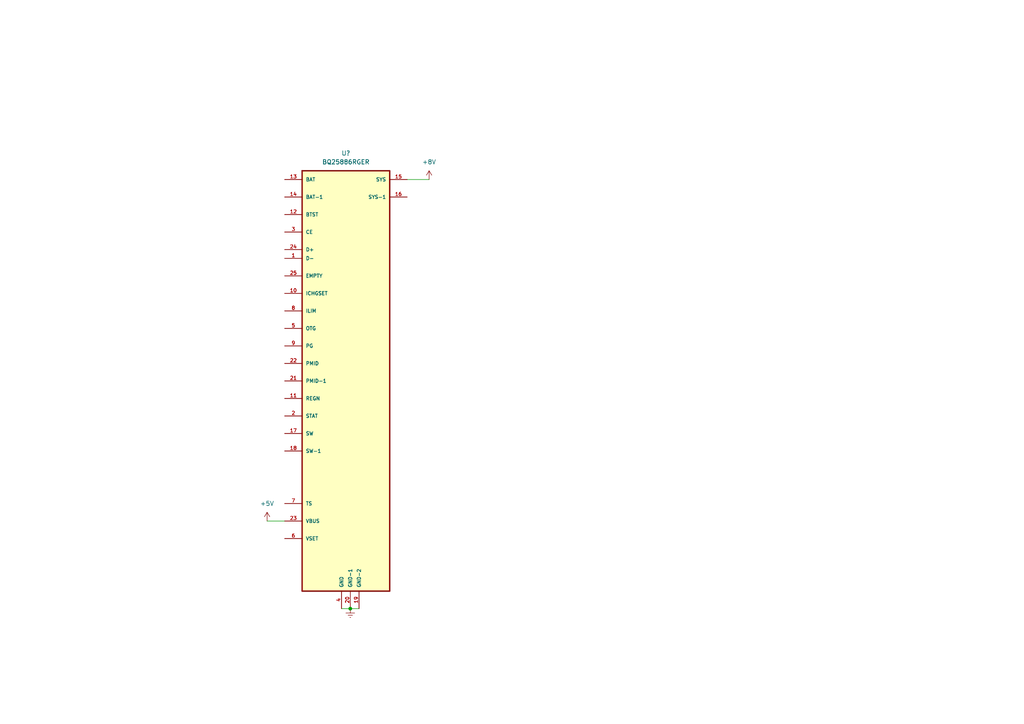
<source format=kicad_sch>
(kicad_sch (version 20211123) (generator eeschema)

  (uuid 60ec07b6-e2fd-4de6-88ad-d500acf95ba5)

  (paper "A4")

  (lib_symbols
    (symbol "BQ25886RGER:BQ25886RGER" (pin_names (offset 1.016)) (in_bom yes) (on_board yes)
      (property "Reference" "U?" (id 0) (at 0 66.04 0)
        (effects (font (size 1.27 1.27)))
      )
      (property "Value" "BQ25886RGER" (id 1) (at 0 63.5 0)
        (effects (font (size 1.27 1.27)))
      )
      (property "Footprint" "QFN50P400X400X100-25N" (id 2) (at 0 0 0)
        (effects (font (size 1.27 1.27)) (justify bottom) hide)
      )
      (property "Datasheet" "" (id 3) (at 0 0 0)
        (effects (font (size 1.27 1.27)) hide)
      )
      (symbol "BQ25886RGER_0_0"
        (rectangle (start -12.7 -60.96) (end 12.7 60.96)
          (stroke (width 0.41) (type default) (color 0 0 0 0))
          (fill (type background))
        )
        (pin bidirectional line (at -17.78 35.56 0) (length 5.08)
          (name "D-" (effects (font (size 1.016 1.016))))
          (number "1" (effects (font (size 1.016 1.016))))
        )
        (pin bidirectional line (at -17.78 25.4 0) (length 5.08)
          (name "ICHGSET" (effects (font (size 1.016 1.016))))
          (number "10" (effects (font (size 1.016 1.016))))
        )
        (pin bidirectional line (at -17.78 -5.08 0) (length 5.08)
          (name "REGN" (effects (font (size 1.016 1.016))))
          (number "11" (effects (font (size 1.016 1.016))))
        )
        (pin bidirectional line (at -17.78 48.26 0) (length 5.08)
          (name "BTST" (effects (font (size 1.016 1.016))))
          (number "12" (effects (font (size 1.016 1.016))))
        )
        (pin bidirectional line (at -17.78 58.42 0) (length 5.08)
          (name "BAT" (effects (font (size 1.016 1.016))))
          (number "13" (effects (font (size 1.016 1.016))))
        )
        (pin bidirectional line (at -17.78 53.34 0) (length 5.08)
          (name "BAT-1" (effects (font (size 1.016 1.016))))
          (number "14" (effects (font (size 1.016 1.016))))
        )
        (pin bidirectional line (at 17.78 58.42 180) (length 5.08)
          (name "SYS" (effects (font (size 1.016 1.016))))
          (number "15" (effects (font (size 1.016 1.016))))
        )
        (pin bidirectional line (at 17.78 53.34 180) (length 5.08)
          (name "SYS-1" (effects (font (size 1.016 1.016))))
          (number "16" (effects (font (size 1.016 1.016))))
        )
        (pin bidirectional line (at -17.78 -15.24 0) (length 5.08)
          (name "SW" (effects (font (size 1.016 1.016))))
          (number "17" (effects (font (size 1.016 1.016))))
        )
        (pin bidirectional line (at -17.78 -20.32 0) (length 5.08)
          (name "SW-1" (effects (font (size 1.016 1.016))))
          (number "18" (effects (font (size 1.016 1.016))))
        )
        (pin power_in line (at 3.81 -66.04 90) (length 5.08)
          (name "GND-2" (effects (font (size 1.016 1.016))))
          (number "19" (effects (font (size 1.016 1.016))))
        )
        (pin bidirectional line (at -17.78 -10.16 0) (length 5.08)
          (name "STAT" (effects (font (size 1.016 1.016))))
          (number "2" (effects (font (size 1.016 1.016))))
        )
        (pin power_in line (at 1.27 -66.04 90) (length 5.08)
          (name "GND-1" (effects (font (size 1.016 1.016))))
          (number "20" (effects (font (size 1.016 1.016))))
        )
        (pin bidirectional line (at -17.78 0 0) (length 5.08)
          (name "PMID-1" (effects (font (size 1.016 1.016))))
          (number "21" (effects (font (size 1.016 1.016))))
        )
        (pin bidirectional line (at -17.78 5.08 0) (length 5.08)
          (name "PMID" (effects (font (size 1.016 1.016))))
          (number "22" (effects (font (size 1.016 1.016))))
        )
        (pin bidirectional line (at -17.78 -40.64 0) (length 5.08)
          (name "VBUS" (effects (font (size 1.016 1.016))))
          (number "23" (effects (font (size 1.016 1.016))))
        )
        (pin bidirectional line (at -17.78 38.1 0) (length 5.08)
          (name "D+" (effects (font (size 1.016 1.016))))
          (number "24" (effects (font (size 1.016 1.016))))
        )
        (pin bidirectional line (at -17.78 30.48 0) (length 5.08)
          (name "EMPTY" (effects (font (size 1.016 1.016))))
          (number "25" (effects (font (size 1.016 1.016))))
        )
        (pin bidirectional line (at -17.78 43.18 0) (length 5.08)
          (name "CE" (effects (font (size 1.016 1.016))))
          (number "3" (effects (font (size 1.016 1.016))))
        )
        (pin power_in line (at -1.27 -66.04 90) (length 5.08)
          (name "GND" (effects (font (size 1.016 1.016))))
          (number "4" (effects (font (size 1.016 1.016))))
        )
        (pin bidirectional line (at -17.78 15.24 0) (length 5.08)
          (name "OTG" (effects (font (size 1.016 1.016))))
          (number "5" (effects (font (size 1.016 1.016))))
        )
        (pin bidirectional line (at -17.78 -45.72 0) (length 5.08)
          (name "VSET" (effects (font (size 1.016 1.016))))
          (number "6" (effects (font (size 1.016 1.016))))
        )
        (pin bidirectional line (at -17.78 -35.56 0) (length 5.08)
          (name "TS" (effects (font (size 1.016 1.016))))
          (number "7" (effects (font (size 1.016 1.016))))
        )
        (pin bidirectional line (at -17.78 20.32 0) (length 5.08)
          (name "ILIM" (effects (font (size 1.016 1.016))))
          (number "8" (effects (font (size 1.016 1.016))))
        )
        (pin bidirectional line (at -17.78 10.16 0) (length 5.08)
          (name "PG" (effects (font (size 1.016 1.016))))
          (number "9" (effects (font (size 1.016 1.016))))
        )
      )
    )
    (symbol "power:+5V" (power) (pin_names (offset 0)) (in_bom yes) (on_board yes)
      (property "Reference" "#PWR" (id 0) (at 0 -3.81 0)
        (effects (font (size 1.27 1.27)) hide)
      )
      (property "Value" "+5V" (id 1) (at 0 3.556 0)
        (effects (font (size 1.27 1.27)))
      )
      (property "Footprint" "" (id 2) (at 0 0 0)
        (effects (font (size 1.27 1.27)) hide)
      )
      (property "Datasheet" "" (id 3) (at 0 0 0)
        (effects (font (size 1.27 1.27)) hide)
      )
      (property "ki_keywords" "power-flag" (id 4) (at 0 0 0)
        (effects (font (size 1.27 1.27)) hide)
      )
      (property "ki_description" "Power symbol creates a global label with name \"+5V\"" (id 5) (at 0 0 0)
        (effects (font (size 1.27 1.27)) hide)
      )
      (symbol "+5V_0_1"
        (polyline
          (pts
            (xy -0.762 1.27)
            (xy 0 2.54)
          )
          (stroke (width 0) (type default) (color 0 0 0 0))
          (fill (type none))
        )
        (polyline
          (pts
            (xy 0 0)
            (xy 0 2.54)
          )
          (stroke (width 0) (type default) (color 0 0 0 0))
          (fill (type none))
        )
        (polyline
          (pts
            (xy 0 2.54)
            (xy 0.762 1.27)
          )
          (stroke (width 0) (type default) (color 0 0 0 0))
          (fill (type none))
        )
      )
      (symbol "+5V_1_1"
        (pin power_in line (at 0 0 90) (length 0) hide
          (name "+5V" (effects (font (size 1.27 1.27))))
          (number "1" (effects (font (size 1.27 1.27))))
        )
      )
    )
    (symbol "power:+8V" (power) (pin_names (offset 0)) (in_bom yes) (on_board yes)
      (property "Reference" "#PWR" (id 0) (at 0 -3.81 0)
        (effects (font (size 1.27 1.27)) hide)
      )
      (property "Value" "+8V" (id 1) (at 0 3.556 0)
        (effects (font (size 1.27 1.27)))
      )
      (property "Footprint" "" (id 2) (at 0 0 0)
        (effects (font (size 1.27 1.27)) hide)
      )
      (property "Datasheet" "" (id 3) (at 0 0 0)
        (effects (font (size 1.27 1.27)) hide)
      )
      (property "ki_keywords" "power-flag" (id 4) (at 0 0 0)
        (effects (font (size 1.27 1.27)) hide)
      )
      (property "ki_description" "Power symbol creates a global label with name \"+8V\"" (id 5) (at 0 0 0)
        (effects (font (size 1.27 1.27)) hide)
      )
      (symbol "+8V_0_1"
        (polyline
          (pts
            (xy -0.762 1.27)
            (xy 0 2.54)
          )
          (stroke (width 0) (type default) (color 0 0 0 0))
          (fill (type none))
        )
        (polyline
          (pts
            (xy 0 0)
            (xy 0 2.54)
          )
          (stroke (width 0) (type default) (color 0 0 0 0))
          (fill (type none))
        )
        (polyline
          (pts
            (xy 0 2.54)
            (xy 0.762 1.27)
          )
          (stroke (width 0) (type default) (color 0 0 0 0))
          (fill (type none))
        )
      )
      (symbol "+8V_1_1"
        (pin power_in line (at 0 0 90) (length 0) hide
          (name "+8V" (effects (font (size 1.27 1.27))))
          (number "1" (effects (font (size 1.27 1.27))))
        )
      )
    )
    (symbol "power:Earth" (power) (pin_names (offset 0)) (in_bom yes) (on_board yes)
      (property "Reference" "#PWR" (id 0) (at 0 -6.35 0)
        (effects (font (size 1.27 1.27)) hide)
      )
      (property "Value" "Earth" (id 1) (at 0 -3.81 0)
        (effects (font (size 1.27 1.27)) hide)
      )
      (property "Footprint" "" (id 2) (at 0 0 0)
        (effects (font (size 1.27 1.27)) hide)
      )
      (property "Datasheet" "~" (id 3) (at 0 0 0)
        (effects (font (size 1.27 1.27)) hide)
      )
      (property "ki_keywords" "power-flag ground gnd" (id 4) (at 0 0 0)
        (effects (font (size 1.27 1.27)) hide)
      )
      (property "ki_description" "Power symbol creates a global label with name \"Earth\"" (id 5) (at 0 0 0)
        (effects (font (size 1.27 1.27)) hide)
      )
      (symbol "Earth_0_1"
        (polyline
          (pts
            (xy -0.635 -1.905)
            (xy 0.635 -1.905)
          )
          (stroke (width 0) (type default) (color 0 0 0 0))
          (fill (type none))
        )
        (polyline
          (pts
            (xy -0.127 -2.54)
            (xy 0.127 -2.54)
          )
          (stroke (width 0) (type default) (color 0 0 0 0))
          (fill (type none))
        )
        (polyline
          (pts
            (xy 0 -1.27)
            (xy 0 0)
          )
          (stroke (width 0) (type default) (color 0 0 0 0))
          (fill (type none))
        )
        (polyline
          (pts
            (xy 1.27 -1.27)
            (xy -1.27 -1.27)
          )
          (stroke (width 0) (type default) (color 0 0 0 0))
          (fill (type none))
        )
      )
      (symbol "Earth_1_1"
        (pin power_in line (at 0 0 270) (length 0) hide
          (name "Earth" (effects (font (size 1.27 1.27))))
          (number "1" (effects (font (size 1.27 1.27))))
        )
      )
    )
  )

  (junction (at 101.6 176.53) (diameter 0) (color 0 0 0 0)
    (uuid 406df6fc-13b7-43fe-b71c-dd4efb5c6805)
  )

  (wire (pts (xy 77.47 151.13) (xy 82.55 151.13))
    (stroke (width 0) (type default) (color 0 0 0 0))
    (uuid b1d1a1e5-6543-4345-87b9-f5ec75450afc)
  )
  (wire (pts (xy 99.06 176.53) (xy 101.6 176.53))
    (stroke (width 0) (type default) (color 0 0 0 0))
    (uuid b65ff5f4-5821-44c4-bcbf-dfec9d12162d)
  )
  (wire (pts (xy 118.11 52.07) (xy 124.46 52.07))
    (stroke (width 0) (type default) (color 0 0 0 0))
    (uuid c4633cf7-ae1b-442f-883b-8188e7b29ce8)
  )
  (wire (pts (xy 101.6 176.53) (xy 104.14 176.53))
    (stroke (width 0) (type default) (color 0 0 0 0))
    (uuid f141db9d-3154-4ba2-a303-9643dca83982)
  )

  (symbol (lib_id "BQ25886RGER:BQ25886RGER") (at 100.33 110.49 0) (unit 1)
    (in_bom yes) (on_board yes) (fields_autoplaced)
    (uuid 1c8c6ba9-7f8b-4c43-a815-bc5ff29a93c8)
    (property "Reference" "U?" (id 0) (at 100.33 44.45 0))
    (property "Value" "BQ25886RGER" (id 1) (at 100.33 46.99 0))
    (property "Footprint" "QFN50P400X400X100-25N" (id 2) (at 100.33 110.49 0)
      (effects (font (size 1.27 1.27)) (justify bottom) hide)
    )
    (property "Datasheet" "" (id 3) (at 100.33 110.49 0)
      (effects (font (size 1.27 1.27)) hide)
    )
    (pin "1" (uuid 1cc6625f-e49b-485c-9490-18a6e94e765e))
    (pin "10" (uuid b946ebe4-1ed5-42e4-8702-4e8086de5b0e))
    (pin "11" (uuid ec9eb0b0-52b8-406f-b73a-5ee4ca5ff925))
    (pin "12" (uuid f8aae5cc-27c0-4742-88f0-3ae4c8d76157))
    (pin "13" (uuid 6630a62f-bb50-47e2-888d-7b1f4e9e7d3d))
    (pin "14" (uuid 60bb450c-67b8-4185-af6d-4e1615f840bb))
    (pin "15" (uuid ac21b04a-1610-4a36-a39e-a805437fbf1f))
    (pin "16" (uuid dbd5c105-24a1-45a3-93d4-7f3aaa6d400e))
    (pin "17" (uuid d21d162b-dae3-4d2d-9923-fddb5b738b58))
    (pin "18" (uuid 023106ae-0834-445b-8d71-66bc7e71f653))
    (pin "19" (uuid d6bb6292-5a49-494c-b4d0-9f11dc11e628))
    (pin "2" (uuid 6c90d643-e3c3-4718-98bf-539661406ff8))
    (pin "20" (uuid 268a3618-b8ab-411b-9c3f-591c0fb063ed))
    (pin "21" (uuid cdf1e133-dec3-4dd5-b830-56fa49c438e3))
    (pin "22" (uuid 7ebb131b-7bae-491c-aa0d-30cf5c52a61a))
    (pin "23" (uuid d10e639a-fed0-4377-a947-319a7a950f1e))
    (pin "24" (uuid 2c8ecb6e-2ee4-45ab-9705-b06b612718c9))
    (pin "25" (uuid 5bfa2433-0aee-41e7-8add-12b40fdc38fa))
    (pin "3" (uuid 7e51dc12-206e-4f80-baca-60552f7c2e9a))
    (pin "4" (uuid 62c399df-b308-4f82-90ef-652dad5d2c03))
    (pin "5" (uuid 72ffa817-395b-41fe-90ea-21aaf50dee96))
    (pin "6" (uuid c1c5f221-56d8-49c5-9bdf-2618bee9caf1))
    (pin "7" (uuid 6b0130ad-95ed-4239-84ee-c5f9f335f0ff))
    (pin "8" (uuid 9d1eef09-5346-4527-b367-e13b6ab05871))
    (pin "9" (uuid 454f033b-a4bd-45fa-98f3-3e8cb187bac1))
  )

  (symbol (lib_id "power:+8V") (at 124.46 52.07 0) (unit 1)
    (in_bom yes) (on_board yes) (fields_autoplaced)
    (uuid 4c493f30-f9bd-4c36-a4f4-fcf7c79f63b9)
    (property "Reference" "#PWR?" (id 0) (at 124.46 55.88 0)
      (effects (font (size 1.27 1.27)) hide)
    )
    (property "Value" "+8V" (id 1) (at 124.46 46.99 0))
    (property "Footprint" "" (id 2) (at 124.46 52.07 0)
      (effects (font (size 1.27 1.27)) hide)
    )
    (property "Datasheet" "" (id 3) (at 124.46 52.07 0)
      (effects (font (size 1.27 1.27)) hide)
    )
    (pin "1" (uuid e276e6ce-fab6-4e37-901f-a982c05c7e64))
  )

  (symbol (lib_id "power:+5V") (at 77.47 151.13 0) (unit 1)
    (in_bom yes) (on_board yes) (fields_autoplaced)
    (uuid dedf7c9c-2c46-4547-b0d9-d9fd73630e96)
    (property "Reference" "#PWR?" (id 0) (at 77.47 154.94 0)
      (effects (font (size 1.27 1.27)) hide)
    )
    (property "Value" "+5V" (id 1) (at 77.47 146.05 0))
    (property "Footprint" "" (id 2) (at 77.47 151.13 0)
      (effects (font (size 1.27 1.27)) hide)
    )
    (property "Datasheet" "" (id 3) (at 77.47 151.13 0)
      (effects (font (size 1.27 1.27)) hide)
    )
    (pin "1" (uuid bdec4e54-568d-4630-97fc-f08a9de64905))
  )

  (symbol (lib_id "power:Earth") (at 101.6 176.53 0) (unit 1)
    (in_bom yes) (on_board yes) (fields_autoplaced)
    (uuid ebcc5f96-8b5d-4178-b803-315f894ccb4a)
    (property "Reference" "#PWR?" (id 0) (at 101.6 182.88 0)
      (effects (font (size 1.27 1.27)) hide)
    )
    (property "Value" "Earth" (id 1) (at 101.6 180.34 0)
      (effects (font (size 1.27 1.27)) hide)
    )
    (property "Footprint" "" (id 2) (at 101.6 176.53 0)
      (effects (font (size 1.27 1.27)) hide)
    )
    (property "Datasheet" "~" (id 3) (at 101.6 176.53 0)
      (effects (font (size 1.27 1.27)) hide)
    )
    (pin "1" (uuid 1b178b84-5efc-4c31-ac24-5b2f8f00307a))
  )
)

</source>
